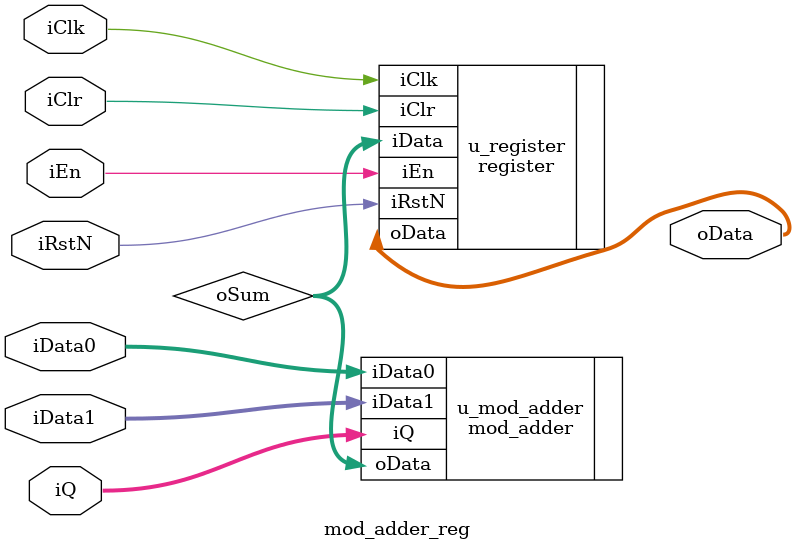
<source format=v>
`ifndef mod_adder_reg
`define mod_adder_reg

`include "mod_adder.v"
`include "register.v"

module mod_adder_reg #(
    parameter BITWIDTH = 32
)(
    input wire iClk,
    input wire iRstN,
    input wire iEn,
    input wire iClr,
    input wire [BITWIDTH-1 : 0] iData0,
    input wire [BITWIDTH-1 : 0] iData1,
    input wire [BITWIDTH-1 : 0] iQ,
    output wire [BITWIDTH-1 : 0] oData
);

    wire [BITWIDTH-1 : 0] oSum;

    mod_adder #(
        .BITWIDTH(BITWIDTH)
    ) u_mod_adder (
        .iData0(iData0),
        .iData1(iData1),
        .iQ(iQ),
        .oData(oSum)
    );

    register #(
        .BITWIDTH(BITWIDTH)
    ) u_register (
        .iClk(iClk),
        .iRstN(iRstN),
        .iEn(iEn),
        .iClr(iClr),
        .iData(oSum),
        .oData(oData)
    );

endmodule

`endif

</source>
